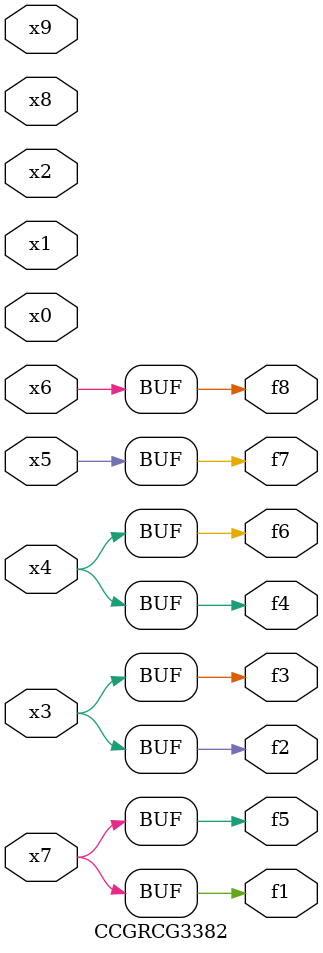
<source format=v>
module CCGRCG3382(
	input x0, x1, x2, x3, x4, x5, x6, x7, x8, x9,
	output f1, f2, f3, f4, f5, f6, f7, f8
);
	assign f1 = x7;
	assign f2 = x3;
	assign f3 = x3;
	assign f4 = x4;
	assign f5 = x7;
	assign f6 = x4;
	assign f7 = x5;
	assign f8 = x6;
endmodule

</source>
